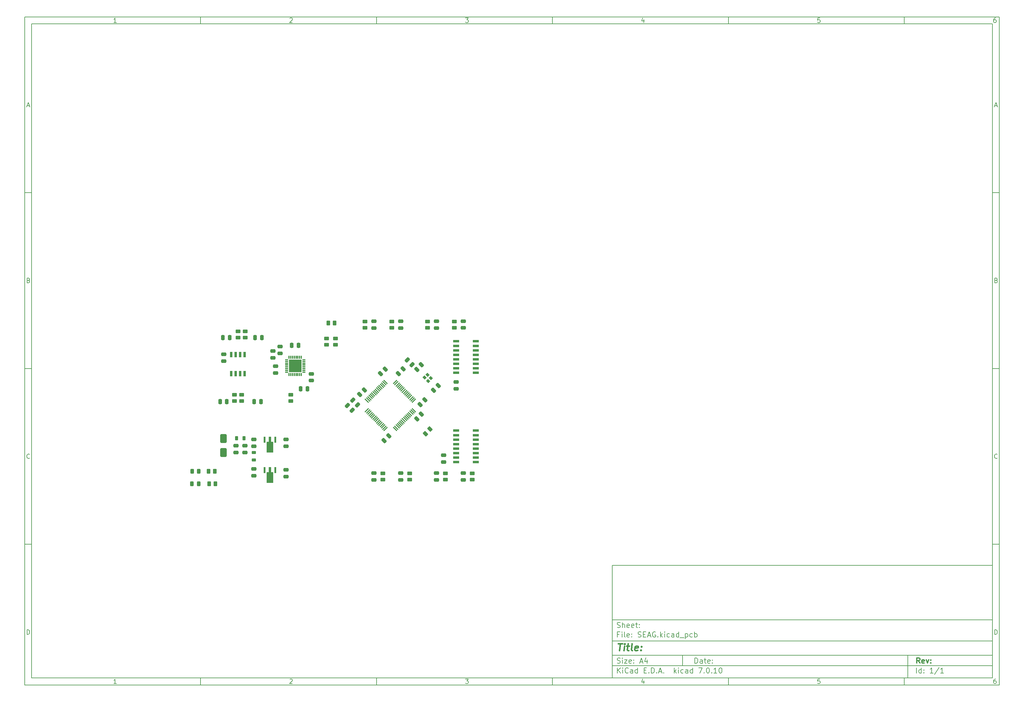
<source format=gbr>
%TF.GenerationSoftware,KiCad,Pcbnew,7.0.10*%
%TF.CreationDate,2024-04-20T16:07:25+02:00*%
%TF.ProjectId,SEAG,53454147-2e6b-4696-9361-645f70636258,rev?*%
%TF.SameCoordinates,Original*%
%TF.FileFunction,Paste,Top*%
%TF.FilePolarity,Positive*%
%FSLAX46Y46*%
G04 Gerber Fmt 4.6, Leading zero omitted, Abs format (unit mm)*
G04 Created by KiCad (PCBNEW 7.0.10) date 2024-04-20 16:07:25*
%MOMM*%
%LPD*%
G01*
G04 APERTURE LIST*
G04 Aperture macros list*
%AMRoundRect*
0 Rectangle with rounded corners*
0 $1 Rounding radius*
0 $2 $3 $4 $5 $6 $7 $8 $9 X,Y pos of 4 corners*
0 Add a 4 corners polygon primitive as box body*
4,1,4,$2,$3,$4,$5,$6,$7,$8,$9,$2,$3,0*
0 Add four circle primitives for the rounded corners*
1,1,$1+$1,$2,$3*
1,1,$1+$1,$4,$5*
1,1,$1+$1,$6,$7*
1,1,$1+$1,$8,$9*
0 Add four rect primitives between the rounded corners*
20,1,$1+$1,$2,$3,$4,$5,0*
20,1,$1+$1,$4,$5,$6,$7,0*
20,1,$1+$1,$6,$7,$8,$9,0*
20,1,$1+$1,$8,$9,$2,$3,0*%
%AMRotRect*
0 Rectangle, with rotation*
0 The origin of the aperture is its center*
0 $1 length*
0 $2 width*
0 $3 Rotation angle, in degrees counterclockwise*
0 Add horizontal line*
21,1,$1,$2,0,0,$3*%
G04 Aperture macros list end*
%ADD10C,0.100000*%
%ADD11C,0.150000*%
%ADD12C,0.300000*%
%ADD13C,0.400000*%
%ADD14RoundRect,0.250000X-0.450000X0.262500X-0.450000X-0.262500X0.450000X-0.262500X0.450000X0.262500X0*%
%ADD15R,0.580000X1.730000*%
%ADD16R,0.760000X1.500000*%
%ADD17R,1.933000X3.030000*%
%ADD18RoundRect,0.250000X-0.250000X-0.475000X0.250000X-0.475000X0.250000X0.475000X-0.250000X0.475000X0*%
%ADD19RoundRect,0.250000X0.475000X-0.250000X0.475000X0.250000X-0.475000X0.250000X-0.475000X-0.250000X0*%
%ADD20R,0.650000X1.528000*%
%ADD21RoundRect,0.250000X0.250000X0.475000X-0.250000X0.475000X-0.250000X-0.475000X0.250000X-0.475000X0*%
%ADD22RoundRect,0.250000X-0.512652X-0.159099X-0.159099X-0.512652X0.512652X0.159099X0.159099X0.512652X0*%
%ADD23RoundRect,0.250000X0.262500X0.450000X-0.262500X0.450000X-0.262500X-0.450000X0.262500X-0.450000X0*%
%ADD24RoundRect,0.250000X0.159099X-0.512652X0.512652X-0.159099X-0.159099X0.512652X-0.512652X0.159099X0*%
%ADD25RoundRect,0.250000X-0.132583X0.503814X-0.503814X0.132583X0.132583X-0.503814X0.503814X-0.132583X0*%
%ADD26RoundRect,0.250000X-0.475000X0.250000X-0.475000X-0.250000X0.475000X-0.250000X0.475000X0.250000X0*%
%ADD27RoundRect,0.250000X0.450000X-0.262500X0.450000X0.262500X-0.450000X0.262500X-0.450000X-0.262500X0*%
%ADD28RoundRect,0.250000X-0.159099X0.512652X-0.512652X0.159099X0.159099X-0.512652X0.512652X-0.159099X0*%
%ADD29R,1.750000X0.800000*%
%ADD30R,1.750000X0.700000*%
%ADD31RotRect,0.800000X0.900000X45.000000*%
%ADD32RoundRect,0.250000X0.512652X0.159099X0.159099X0.512652X-0.512652X-0.159099X-0.159099X-0.512652X0*%
%ADD33RoundRect,0.243750X0.243750X0.456250X-0.243750X0.456250X-0.243750X-0.456250X0.243750X-0.456250X0*%
%ADD34RoundRect,0.250000X-0.650000X1.000000X-0.650000X-1.000000X0.650000X-1.000000X0.650000X1.000000X0*%
%ADD35RoundRect,0.250000X-0.262500X-0.450000X0.262500X-0.450000X0.262500X0.450000X-0.262500X0.450000X0*%
%ADD36RoundRect,0.218750X-0.381250X0.218750X-0.381250X-0.218750X0.381250X-0.218750X0.381250X0.218750X0*%
%ADD37RoundRect,0.218750X-0.218750X-0.381250X0.218750X-0.381250X0.218750X0.381250X-0.218750X0.381250X0*%
%ADD38R,0.300000X0.850000*%
%ADD39R,0.850000X0.300000*%
%ADD40R,3.600000X3.600000*%
%ADD41RoundRect,0.075000X0.441942X0.548008X-0.548008X-0.441942X-0.441942X-0.548008X0.548008X0.441942X0*%
%ADD42RoundRect,0.075000X-0.441942X0.548008X-0.548008X0.441942X0.441942X-0.548008X0.548008X-0.441942X0*%
G04 APERTURE END LIST*
D10*
D11*
X177002200Y-166007200D02*
X285002200Y-166007200D01*
X285002200Y-198007200D01*
X177002200Y-198007200D01*
X177002200Y-166007200D01*
D10*
D11*
X10000000Y-10000000D02*
X287002200Y-10000000D01*
X287002200Y-200007200D01*
X10000000Y-200007200D01*
X10000000Y-10000000D01*
D10*
D11*
X12000000Y-12000000D02*
X285002200Y-12000000D01*
X285002200Y-198007200D01*
X12000000Y-198007200D01*
X12000000Y-12000000D01*
D10*
D11*
X60000000Y-12000000D02*
X60000000Y-10000000D01*
D10*
D11*
X110000000Y-12000000D02*
X110000000Y-10000000D01*
D10*
D11*
X160000000Y-12000000D02*
X160000000Y-10000000D01*
D10*
D11*
X210000000Y-12000000D02*
X210000000Y-10000000D01*
D10*
D11*
X260000000Y-12000000D02*
X260000000Y-10000000D01*
D10*
D11*
X36089160Y-11593604D02*
X35346303Y-11593604D01*
X35717731Y-11593604D02*
X35717731Y-10293604D01*
X35717731Y-10293604D02*
X35593922Y-10479319D01*
X35593922Y-10479319D02*
X35470112Y-10603128D01*
X35470112Y-10603128D02*
X35346303Y-10665033D01*
D10*
D11*
X85346303Y-10417414D02*
X85408207Y-10355509D01*
X85408207Y-10355509D02*
X85532017Y-10293604D01*
X85532017Y-10293604D02*
X85841541Y-10293604D01*
X85841541Y-10293604D02*
X85965350Y-10355509D01*
X85965350Y-10355509D02*
X86027255Y-10417414D01*
X86027255Y-10417414D02*
X86089160Y-10541223D01*
X86089160Y-10541223D02*
X86089160Y-10665033D01*
X86089160Y-10665033D02*
X86027255Y-10850747D01*
X86027255Y-10850747D02*
X85284398Y-11593604D01*
X85284398Y-11593604D02*
X86089160Y-11593604D01*
D10*
D11*
X135284398Y-10293604D02*
X136089160Y-10293604D01*
X136089160Y-10293604D02*
X135655826Y-10788842D01*
X135655826Y-10788842D02*
X135841541Y-10788842D01*
X135841541Y-10788842D02*
X135965350Y-10850747D01*
X135965350Y-10850747D02*
X136027255Y-10912652D01*
X136027255Y-10912652D02*
X136089160Y-11036461D01*
X136089160Y-11036461D02*
X136089160Y-11345985D01*
X136089160Y-11345985D02*
X136027255Y-11469795D01*
X136027255Y-11469795D02*
X135965350Y-11531700D01*
X135965350Y-11531700D02*
X135841541Y-11593604D01*
X135841541Y-11593604D02*
X135470112Y-11593604D01*
X135470112Y-11593604D02*
X135346303Y-11531700D01*
X135346303Y-11531700D02*
X135284398Y-11469795D01*
D10*
D11*
X185965350Y-10726938D02*
X185965350Y-11593604D01*
X185655826Y-10231700D02*
X185346303Y-11160271D01*
X185346303Y-11160271D02*
X186151064Y-11160271D01*
D10*
D11*
X236027255Y-10293604D02*
X235408207Y-10293604D01*
X235408207Y-10293604D02*
X235346303Y-10912652D01*
X235346303Y-10912652D02*
X235408207Y-10850747D01*
X235408207Y-10850747D02*
X235532017Y-10788842D01*
X235532017Y-10788842D02*
X235841541Y-10788842D01*
X235841541Y-10788842D02*
X235965350Y-10850747D01*
X235965350Y-10850747D02*
X236027255Y-10912652D01*
X236027255Y-10912652D02*
X236089160Y-11036461D01*
X236089160Y-11036461D02*
X236089160Y-11345985D01*
X236089160Y-11345985D02*
X236027255Y-11469795D01*
X236027255Y-11469795D02*
X235965350Y-11531700D01*
X235965350Y-11531700D02*
X235841541Y-11593604D01*
X235841541Y-11593604D02*
X235532017Y-11593604D01*
X235532017Y-11593604D02*
X235408207Y-11531700D01*
X235408207Y-11531700D02*
X235346303Y-11469795D01*
D10*
D11*
X285965350Y-10293604D02*
X285717731Y-10293604D01*
X285717731Y-10293604D02*
X285593922Y-10355509D01*
X285593922Y-10355509D02*
X285532017Y-10417414D01*
X285532017Y-10417414D02*
X285408207Y-10603128D01*
X285408207Y-10603128D02*
X285346303Y-10850747D01*
X285346303Y-10850747D02*
X285346303Y-11345985D01*
X285346303Y-11345985D02*
X285408207Y-11469795D01*
X285408207Y-11469795D02*
X285470112Y-11531700D01*
X285470112Y-11531700D02*
X285593922Y-11593604D01*
X285593922Y-11593604D02*
X285841541Y-11593604D01*
X285841541Y-11593604D02*
X285965350Y-11531700D01*
X285965350Y-11531700D02*
X286027255Y-11469795D01*
X286027255Y-11469795D02*
X286089160Y-11345985D01*
X286089160Y-11345985D02*
X286089160Y-11036461D01*
X286089160Y-11036461D02*
X286027255Y-10912652D01*
X286027255Y-10912652D02*
X285965350Y-10850747D01*
X285965350Y-10850747D02*
X285841541Y-10788842D01*
X285841541Y-10788842D02*
X285593922Y-10788842D01*
X285593922Y-10788842D02*
X285470112Y-10850747D01*
X285470112Y-10850747D02*
X285408207Y-10912652D01*
X285408207Y-10912652D02*
X285346303Y-11036461D01*
D10*
D11*
X60000000Y-198007200D02*
X60000000Y-200007200D01*
D10*
D11*
X110000000Y-198007200D02*
X110000000Y-200007200D01*
D10*
D11*
X160000000Y-198007200D02*
X160000000Y-200007200D01*
D10*
D11*
X210000000Y-198007200D02*
X210000000Y-200007200D01*
D10*
D11*
X260000000Y-198007200D02*
X260000000Y-200007200D01*
D10*
D11*
X36089160Y-199600804D02*
X35346303Y-199600804D01*
X35717731Y-199600804D02*
X35717731Y-198300804D01*
X35717731Y-198300804D02*
X35593922Y-198486519D01*
X35593922Y-198486519D02*
X35470112Y-198610328D01*
X35470112Y-198610328D02*
X35346303Y-198672233D01*
D10*
D11*
X85346303Y-198424614D02*
X85408207Y-198362709D01*
X85408207Y-198362709D02*
X85532017Y-198300804D01*
X85532017Y-198300804D02*
X85841541Y-198300804D01*
X85841541Y-198300804D02*
X85965350Y-198362709D01*
X85965350Y-198362709D02*
X86027255Y-198424614D01*
X86027255Y-198424614D02*
X86089160Y-198548423D01*
X86089160Y-198548423D02*
X86089160Y-198672233D01*
X86089160Y-198672233D02*
X86027255Y-198857947D01*
X86027255Y-198857947D02*
X85284398Y-199600804D01*
X85284398Y-199600804D02*
X86089160Y-199600804D01*
D10*
D11*
X135284398Y-198300804D02*
X136089160Y-198300804D01*
X136089160Y-198300804D02*
X135655826Y-198796042D01*
X135655826Y-198796042D02*
X135841541Y-198796042D01*
X135841541Y-198796042D02*
X135965350Y-198857947D01*
X135965350Y-198857947D02*
X136027255Y-198919852D01*
X136027255Y-198919852D02*
X136089160Y-199043661D01*
X136089160Y-199043661D02*
X136089160Y-199353185D01*
X136089160Y-199353185D02*
X136027255Y-199476995D01*
X136027255Y-199476995D02*
X135965350Y-199538900D01*
X135965350Y-199538900D02*
X135841541Y-199600804D01*
X135841541Y-199600804D02*
X135470112Y-199600804D01*
X135470112Y-199600804D02*
X135346303Y-199538900D01*
X135346303Y-199538900D02*
X135284398Y-199476995D01*
D10*
D11*
X185965350Y-198734138D02*
X185965350Y-199600804D01*
X185655826Y-198238900D02*
X185346303Y-199167471D01*
X185346303Y-199167471D02*
X186151064Y-199167471D01*
D10*
D11*
X236027255Y-198300804D02*
X235408207Y-198300804D01*
X235408207Y-198300804D02*
X235346303Y-198919852D01*
X235346303Y-198919852D02*
X235408207Y-198857947D01*
X235408207Y-198857947D02*
X235532017Y-198796042D01*
X235532017Y-198796042D02*
X235841541Y-198796042D01*
X235841541Y-198796042D02*
X235965350Y-198857947D01*
X235965350Y-198857947D02*
X236027255Y-198919852D01*
X236027255Y-198919852D02*
X236089160Y-199043661D01*
X236089160Y-199043661D02*
X236089160Y-199353185D01*
X236089160Y-199353185D02*
X236027255Y-199476995D01*
X236027255Y-199476995D02*
X235965350Y-199538900D01*
X235965350Y-199538900D02*
X235841541Y-199600804D01*
X235841541Y-199600804D02*
X235532017Y-199600804D01*
X235532017Y-199600804D02*
X235408207Y-199538900D01*
X235408207Y-199538900D02*
X235346303Y-199476995D01*
D10*
D11*
X285965350Y-198300804D02*
X285717731Y-198300804D01*
X285717731Y-198300804D02*
X285593922Y-198362709D01*
X285593922Y-198362709D02*
X285532017Y-198424614D01*
X285532017Y-198424614D02*
X285408207Y-198610328D01*
X285408207Y-198610328D02*
X285346303Y-198857947D01*
X285346303Y-198857947D02*
X285346303Y-199353185D01*
X285346303Y-199353185D02*
X285408207Y-199476995D01*
X285408207Y-199476995D02*
X285470112Y-199538900D01*
X285470112Y-199538900D02*
X285593922Y-199600804D01*
X285593922Y-199600804D02*
X285841541Y-199600804D01*
X285841541Y-199600804D02*
X285965350Y-199538900D01*
X285965350Y-199538900D02*
X286027255Y-199476995D01*
X286027255Y-199476995D02*
X286089160Y-199353185D01*
X286089160Y-199353185D02*
X286089160Y-199043661D01*
X286089160Y-199043661D02*
X286027255Y-198919852D01*
X286027255Y-198919852D02*
X285965350Y-198857947D01*
X285965350Y-198857947D02*
X285841541Y-198796042D01*
X285841541Y-198796042D02*
X285593922Y-198796042D01*
X285593922Y-198796042D02*
X285470112Y-198857947D01*
X285470112Y-198857947D02*
X285408207Y-198919852D01*
X285408207Y-198919852D02*
X285346303Y-199043661D01*
D10*
D11*
X10000000Y-60000000D02*
X12000000Y-60000000D01*
D10*
D11*
X10000000Y-110000000D02*
X12000000Y-110000000D01*
D10*
D11*
X10000000Y-160000000D02*
X12000000Y-160000000D01*
D10*
D11*
X10690476Y-35222176D02*
X11309523Y-35222176D01*
X10566666Y-35593604D02*
X10999999Y-34293604D01*
X10999999Y-34293604D02*
X11433333Y-35593604D01*
D10*
D11*
X11092857Y-84912652D02*
X11278571Y-84974557D01*
X11278571Y-84974557D02*
X11340476Y-85036461D01*
X11340476Y-85036461D02*
X11402380Y-85160271D01*
X11402380Y-85160271D02*
X11402380Y-85345985D01*
X11402380Y-85345985D02*
X11340476Y-85469795D01*
X11340476Y-85469795D02*
X11278571Y-85531700D01*
X11278571Y-85531700D02*
X11154761Y-85593604D01*
X11154761Y-85593604D02*
X10659523Y-85593604D01*
X10659523Y-85593604D02*
X10659523Y-84293604D01*
X10659523Y-84293604D02*
X11092857Y-84293604D01*
X11092857Y-84293604D02*
X11216666Y-84355509D01*
X11216666Y-84355509D02*
X11278571Y-84417414D01*
X11278571Y-84417414D02*
X11340476Y-84541223D01*
X11340476Y-84541223D02*
X11340476Y-84665033D01*
X11340476Y-84665033D02*
X11278571Y-84788842D01*
X11278571Y-84788842D02*
X11216666Y-84850747D01*
X11216666Y-84850747D02*
X11092857Y-84912652D01*
X11092857Y-84912652D02*
X10659523Y-84912652D01*
D10*
D11*
X11402380Y-135469795D02*
X11340476Y-135531700D01*
X11340476Y-135531700D02*
X11154761Y-135593604D01*
X11154761Y-135593604D02*
X11030952Y-135593604D01*
X11030952Y-135593604D02*
X10845238Y-135531700D01*
X10845238Y-135531700D02*
X10721428Y-135407890D01*
X10721428Y-135407890D02*
X10659523Y-135284080D01*
X10659523Y-135284080D02*
X10597619Y-135036461D01*
X10597619Y-135036461D02*
X10597619Y-134850747D01*
X10597619Y-134850747D02*
X10659523Y-134603128D01*
X10659523Y-134603128D02*
X10721428Y-134479319D01*
X10721428Y-134479319D02*
X10845238Y-134355509D01*
X10845238Y-134355509D02*
X11030952Y-134293604D01*
X11030952Y-134293604D02*
X11154761Y-134293604D01*
X11154761Y-134293604D02*
X11340476Y-134355509D01*
X11340476Y-134355509D02*
X11402380Y-134417414D01*
D10*
D11*
X10659523Y-185593604D02*
X10659523Y-184293604D01*
X10659523Y-184293604D02*
X10969047Y-184293604D01*
X10969047Y-184293604D02*
X11154761Y-184355509D01*
X11154761Y-184355509D02*
X11278571Y-184479319D01*
X11278571Y-184479319D02*
X11340476Y-184603128D01*
X11340476Y-184603128D02*
X11402380Y-184850747D01*
X11402380Y-184850747D02*
X11402380Y-185036461D01*
X11402380Y-185036461D02*
X11340476Y-185284080D01*
X11340476Y-185284080D02*
X11278571Y-185407890D01*
X11278571Y-185407890D02*
X11154761Y-185531700D01*
X11154761Y-185531700D02*
X10969047Y-185593604D01*
X10969047Y-185593604D02*
X10659523Y-185593604D01*
D10*
D11*
X287002200Y-60000000D02*
X285002200Y-60000000D01*
D10*
D11*
X287002200Y-110000000D02*
X285002200Y-110000000D01*
D10*
D11*
X287002200Y-160000000D02*
X285002200Y-160000000D01*
D10*
D11*
X285692676Y-35222176D02*
X286311723Y-35222176D01*
X285568866Y-35593604D02*
X286002199Y-34293604D01*
X286002199Y-34293604D02*
X286435533Y-35593604D01*
D10*
D11*
X286095057Y-84912652D02*
X286280771Y-84974557D01*
X286280771Y-84974557D02*
X286342676Y-85036461D01*
X286342676Y-85036461D02*
X286404580Y-85160271D01*
X286404580Y-85160271D02*
X286404580Y-85345985D01*
X286404580Y-85345985D02*
X286342676Y-85469795D01*
X286342676Y-85469795D02*
X286280771Y-85531700D01*
X286280771Y-85531700D02*
X286156961Y-85593604D01*
X286156961Y-85593604D02*
X285661723Y-85593604D01*
X285661723Y-85593604D02*
X285661723Y-84293604D01*
X285661723Y-84293604D02*
X286095057Y-84293604D01*
X286095057Y-84293604D02*
X286218866Y-84355509D01*
X286218866Y-84355509D02*
X286280771Y-84417414D01*
X286280771Y-84417414D02*
X286342676Y-84541223D01*
X286342676Y-84541223D02*
X286342676Y-84665033D01*
X286342676Y-84665033D02*
X286280771Y-84788842D01*
X286280771Y-84788842D02*
X286218866Y-84850747D01*
X286218866Y-84850747D02*
X286095057Y-84912652D01*
X286095057Y-84912652D02*
X285661723Y-84912652D01*
D10*
D11*
X286404580Y-135469795D02*
X286342676Y-135531700D01*
X286342676Y-135531700D02*
X286156961Y-135593604D01*
X286156961Y-135593604D02*
X286033152Y-135593604D01*
X286033152Y-135593604D02*
X285847438Y-135531700D01*
X285847438Y-135531700D02*
X285723628Y-135407890D01*
X285723628Y-135407890D02*
X285661723Y-135284080D01*
X285661723Y-135284080D02*
X285599819Y-135036461D01*
X285599819Y-135036461D02*
X285599819Y-134850747D01*
X285599819Y-134850747D02*
X285661723Y-134603128D01*
X285661723Y-134603128D02*
X285723628Y-134479319D01*
X285723628Y-134479319D02*
X285847438Y-134355509D01*
X285847438Y-134355509D02*
X286033152Y-134293604D01*
X286033152Y-134293604D02*
X286156961Y-134293604D01*
X286156961Y-134293604D02*
X286342676Y-134355509D01*
X286342676Y-134355509D02*
X286404580Y-134417414D01*
D10*
D11*
X285661723Y-185593604D02*
X285661723Y-184293604D01*
X285661723Y-184293604D02*
X285971247Y-184293604D01*
X285971247Y-184293604D02*
X286156961Y-184355509D01*
X286156961Y-184355509D02*
X286280771Y-184479319D01*
X286280771Y-184479319D02*
X286342676Y-184603128D01*
X286342676Y-184603128D02*
X286404580Y-184850747D01*
X286404580Y-184850747D02*
X286404580Y-185036461D01*
X286404580Y-185036461D02*
X286342676Y-185284080D01*
X286342676Y-185284080D02*
X286280771Y-185407890D01*
X286280771Y-185407890D02*
X286156961Y-185531700D01*
X286156961Y-185531700D02*
X285971247Y-185593604D01*
X285971247Y-185593604D02*
X285661723Y-185593604D01*
D10*
D11*
X200458026Y-193793328D02*
X200458026Y-192293328D01*
X200458026Y-192293328D02*
X200815169Y-192293328D01*
X200815169Y-192293328D02*
X201029455Y-192364757D01*
X201029455Y-192364757D02*
X201172312Y-192507614D01*
X201172312Y-192507614D02*
X201243741Y-192650471D01*
X201243741Y-192650471D02*
X201315169Y-192936185D01*
X201315169Y-192936185D02*
X201315169Y-193150471D01*
X201315169Y-193150471D02*
X201243741Y-193436185D01*
X201243741Y-193436185D02*
X201172312Y-193579042D01*
X201172312Y-193579042D02*
X201029455Y-193721900D01*
X201029455Y-193721900D02*
X200815169Y-193793328D01*
X200815169Y-193793328D02*
X200458026Y-193793328D01*
X202600884Y-193793328D02*
X202600884Y-193007614D01*
X202600884Y-193007614D02*
X202529455Y-192864757D01*
X202529455Y-192864757D02*
X202386598Y-192793328D01*
X202386598Y-192793328D02*
X202100884Y-192793328D01*
X202100884Y-192793328D02*
X201958026Y-192864757D01*
X202600884Y-193721900D02*
X202458026Y-193793328D01*
X202458026Y-193793328D02*
X202100884Y-193793328D01*
X202100884Y-193793328D02*
X201958026Y-193721900D01*
X201958026Y-193721900D02*
X201886598Y-193579042D01*
X201886598Y-193579042D02*
X201886598Y-193436185D01*
X201886598Y-193436185D02*
X201958026Y-193293328D01*
X201958026Y-193293328D02*
X202100884Y-193221900D01*
X202100884Y-193221900D02*
X202458026Y-193221900D01*
X202458026Y-193221900D02*
X202600884Y-193150471D01*
X203100884Y-192793328D02*
X203672312Y-192793328D01*
X203315169Y-192293328D02*
X203315169Y-193579042D01*
X203315169Y-193579042D02*
X203386598Y-193721900D01*
X203386598Y-193721900D02*
X203529455Y-193793328D01*
X203529455Y-193793328D02*
X203672312Y-193793328D01*
X204743741Y-193721900D02*
X204600884Y-193793328D01*
X204600884Y-193793328D02*
X204315170Y-193793328D01*
X204315170Y-193793328D02*
X204172312Y-193721900D01*
X204172312Y-193721900D02*
X204100884Y-193579042D01*
X204100884Y-193579042D02*
X204100884Y-193007614D01*
X204100884Y-193007614D02*
X204172312Y-192864757D01*
X204172312Y-192864757D02*
X204315170Y-192793328D01*
X204315170Y-192793328D02*
X204600884Y-192793328D01*
X204600884Y-192793328D02*
X204743741Y-192864757D01*
X204743741Y-192864757D02*
X204815170Y-193007614D01*
X204815170Y-193007614D02*
X204815170Y-193150471D01*
X204815170Y-193150471D02*
X204100884Y-193293328D01*
X205458026Y-193650471D02*
X205529455Y-193721900D01*
X205529455Y-193721900D02*
X205458026Y-193793328D01*
X205458026Y-193793328D02*
X205386598Y-193721900D01*
X205386598Y-193721900D02*
X205458026Y-193650471D01*
X205458026Y-193650471D02*
X205458026Y-193793328D01*
X205458026Y-192864757D02*
X205529455Y-192936185D01*
X205529455Y-192936185D02*
X205458026Y-193007614D01*
X205458026Y-193007614D02*
X205386598Y-192936185D01*
X205386598Y-192936185D02*
X205458026Y-192864757D01*
X205458026Y-192864757D02*
X205458026Y-193007614D01*
D10*
D11*
X177002200Y-194507200D02*
X285002200Y-194507200D01*
D10*
D11*
X178458026Y-196593328D02*
X178458026Y-195093328D01*
X179315169Y-196593328D02*
X178672312Y-195736185D01*
X179315169Y-195093328D02*
X178458026Y-195950471D01*
X179958026Y-196593328D02*
X179958026Y-195593328D01*
X179958026Y-195093328D02*
X179886598Y-195164757D01*
X179886598Y-195164757D02*
X179958026Y-195236185D01*
X179958026Y-195236185D02*
X180029455Y-195164757D01*
X180029455Y-195164757D02*
X179958026Y-195093328D01*
X179958026Y-195093328D02*
X179958026Y-195236185D01*
X181529455Y-196450471D02*
X181458027Y-196521900D01*
X181458027Y-196521900D02*
X181243741Y-196593328D01*
X181243741Y-196593328D02*
X181100884Y-196593328D01*
X181100884Y-196593328D02*
X180886598Y-196521900D01*
X180886598Y-196521900D02*
X180743741Y-196379042D01*
X180743741Y-196379042D02*
X180672312Y-196236185D01*
X180672312Y-196236185D02*
X180600884Y-195950471D01*
X180600884Y-195950471D02*
X180600884Y-195736185D01*
X180600884Y-195736185D02*
X180672312Y-195450471D01*
X180672312Y-195450471D02*
X180743741Y-195307614D01*
X180743741Y-195307614D02*
X180886598Y-195164757D01*
X180886598Y-195164757D02*
X181100884Y-195093328D01*
X181100884Y-195093328D02*
X181243741Y-195093328D01*
X181243741Y-195093328D02*
X181458027Y-195164757D01*
X181458027Y-195164757D02*
X181529455Y-195236185D01*
X182815170Y-196593328D02*
X182815170Y-195807614D01*
X182815170Y-195807614D02*
X182743741Y-195664757D01*
X182743741Y-195664757D02*
X182600884Y-195593328D01*
X182600884Y-195593328D02*
X182315170Y-195593328D01*
X182315170Y-195593328D02*
X182172312Y-195664757D01*
X182815170Y-196521900D02*
X182672312Y-196593328D01*
X182672312Y-196593328D02*
X182315170Y-196593328D01*
X182315170Y-196593328D02*
X182172312Y-196521900D01*
X182172312Y-196521900D02*
X182100884Y-196379042D01*
X182100884Y-196379042D02*
X182100884Y-196236185D01*
X182100884Y-196236185D02*
X182172312Y-196093328D01*
X182172312Y-196093328D02*
X182315170Y-196021900D01*
X182315170Y-196021900D02*
X182672312Y-196021900D01*
X182672312Y-196021900D02*
X182815170Y-195950471D01*
X184172313Y-196593328D02*
X184172313Y-195093328D01*
X184172313Y-196521900D02*
X184029455Y-196593328D01*
X184029455Y-196593328D02*
X183743741Y-196593328D01*
X183743741Y-196593328D02*
X183600884Y-196521900D01*
X183600884Y-196521900D02*
X183529455Y-196450471D01*
X183529455Y-196450471D02*
X183458027Y-196307614D01*
X183458027Y-196307614D02*
X183458027Y-195879042D01*
X183458027Y-195879042D02*
X183529455Y-195736185D01*
X183529455Y-195736185D02*
X183600884Y-195664757D01*
X183600884Y-195664757D02*
X183743741Y-195593328D01*
X183743741Y-195593328D02*
X184029455Y-195593328D01*
X184029455Y-195593328D02*
X184172313Y-195664757D01*
X186029455Y-195807614D02*
X186529455Y-195807614D01*
X186743741Y-196593328D02*
X186029455Y-196593328D01*
X186029455Y-196593328D02*
X186029455Y-195093328D01*
X186029455Y-195093328D02*
X186743741Y-195093328D01*
X187386598Y-196450471D02*
X187458027Y-196521900D01*
X187458027Y-196521900D02*
X187386598Y-196593328D01*
X187386598Y-196593328D02*
X187315170Y-196521900D01*
X187315170Y-196521900D02*
X187386598Y-196450471D01*
X187386598Y-196450471D02*
X187386598Y-196593328D01*
X188100884Y-196593328D02*
X188100884Y-195093328D01*
X188100884Y-195093328D02*
X188458027Y-195093328D01*
X188458027Y-195093328D02*
X188672313Y-195164757D01*
X188672313Y-195164757D02*
X188815170Y-195307614D01*
X188815170Y-195307614D02*
X188886599Y-195450471D01*
X188886599Y-195450471D02*
X188958027Y-195736185D01*
X188958027Y-195736185D02*
X188958027Y-195950471D01*
X188958027Y-195950471D02*
X188886599Y-196236185D01*
X188886599Y-196236185D02*
X188815170Y-196379042D01*
X188815170Y-196379042D02*
X188672313Y-196521900D01*
X188672313Y-196521900D02*
X188458027Y-196593328D01*
X188458027Y-196593328D02*
X188100884Y-196593328D01*
X189600884Y-196450471D02*
X189672313Y-196521900D01*
X189672313Y-196521900D02*
X189600884Y-196593328D01*
X189600884Y-196593328D02*
X189529456Y-196521900D01*
X189529456Y-196521900D02*
X189600884Y-196450471D01*
X189600884Y-196450471D02*
X189600884Y-196593328D01*
X190243742Y-196164757D02*
X190958028Y-196164757D01*
X190100885Y-196593328D02*
X190600885Y-195093328D01*
X190600885Y-195093328D02*
X191100885Y-196593328D01*
X191600884Y-196450471D02*
X191672313Y-196521900D01*
X191672313Y-196521900D02*
X191600884Y-196593328D01*
X191600884Y-196593328D02*
X191529456Y-196521900D01*
X191529456Y-196521900D02*
X191600884Y-196450471D01*
X191600884Y-196450471D02*
X191600884Y-196593328D01*
X194600884Y-196593328D02*
X194600884Y-195093328D01*
X194743742Y-196021900D02*
X195172313Y-196593328D01*
X195172313Y-195593328D02*
X194600884Y-196164757D01*
X195815170Y-196593328D02*
X195815170Y-195593328D01*
X195815170Y-195093328D02*
X195743742Y-195164757D01*
X195743742Y-195164757D02*
X195815170Y-195236185D01*
X195815170Y-195236185D02*
X195886599Y-195164757D01*
X195886599Y-195164757D02*
X195815170Y-195093328D01*
X195815170Y-195093328D02*
X195815170Y-195236185D01*
X197172314Y-196521900D02*
X197029456Y-196593328D01*
X197029456Y-196593328D02*
X196743742Y-196593328D01*
X196743742Y-196593328D02*
X196600885Y-196521900D01*
X196600885Y-196521900D02*
X196529456Y-196450471D01*
X196529456Y-196450471D02*
X196458028Y-196307614D01*
X196458028Y-196307614D02*
X196458028Y-195879042D01*
X196458028Y-195879042D02*
X196529456Y-195736185D01*
X196529456Y-195736185D02*
X196600885Y-195664757D01*
X196600885Y-195664757D02*
X196743742Y-195593328D01*
X196743742Y-195593328D02*
X197029456Y-195593328D01*
X197029456Y-195593328D02*
X197172314Y-195664757D01*
X198458028Y-196593328D02*
X198458028Y-195807614D01*
X198458028Y-195807614D02*
X198386599Y-195664757D01*
X198386599Y-195664757D02*
X198243742Y-195593328D01*
X198243742Y-195593328D02*
X197958028Y-195593328D01*
X197958028Y-195593328D02*
X197815170Y-195664757D01*
X198458028Y-196521900D02*
X198315170Y-196593328D01*
X198315170Y-196593328D02*
X197958028Y-196593328D01*
X197958028Y-196593328D02*
X197815170Y-196521900D01*
X197815170Y-196521900D02*
X197743742Y-196379042D01*
X197743742Y-196379042D02*
X197743742Y-196236185D01*
X197743742Y-196236185D02*
X197815170Y-196093328D01*
X197815170Y-196093328D02*
X197958028Y-196021900D01*
X197958028Y-196021900D02*
X198315170Y-196021900D01*
X198315170Y-196021900D02*
X198458028Y-195950471D01*
X199815171Y-196593328D02*
X199815171Y-195093328D01*
X199815171Y-196521900D02*
X199672313Y-196593328D01*
X199672313Y-196593328D02*
X199386599Y-196593328D01*
X199386599Y-196593328D02*
X199243742Y-196521900D01*
X199243742Y-196521900D02*
X199172313Y-196450471D01*
X199172313Y-196450471D02*
X199100885Y-196307614D01*
X199100885Y-196307614D02*
X199100885Y-195879042D01*
X199100885Y-195879042D02*
X199172313Y-195736185D01*
X199172313Y-195736185D02*
X199243742Y-195664757D01*
X199243742Y-195664757D02*
X199386599Y-195593328D01*
X199386599Y-195593328D02*
X199672313Y-195593328D01*
X199672313Y-195593328D02*
X199815171Y-195664757D01*
X201529456Y-195093328D02*
X202529456Y-195093328D01*
X202529456Y-195093328D02*
X201886599Y-196593328D01*
X203100884Y-196450471D02*
X203172313Y-196521900D01*
X203172313Y-196521900D02*
X203100884Y-196593328D01*
X203100884Y-196593328D02*
X203029456Y-196521900D01*
X203029456Y-196521900D02*
X203100884Y-196450471D01*
X203100884Y-196450471D02*
X203100884Y-196593328D01*
X204100885Y-195093328D02*
X204243742Y-195093328D01*
X204243742Y-195093328D02*
X204386599Y-195164757D01*
X204386599Y-195164757D02*
X204458028Y-195236185D01*
X204458028Y-195236185D02*
X204529456Y-195379042D01*
X204529456Y-195379042D02*
X204600885Y-195664757D01*
X204600885Y-195664757D02*
X204600885Y-196021900D01*
X204600885Y-196021900D02*
X204529456Y-196307614D01*
X204529456Y-196307614D02*
X204458028Y-196450471D01*
X204458028Y-196450471D02*
X204386599Y-196521900D01*
X204386599Y-196521900D02*
X204243742Y-196593328D01*
X204243742Y-196593328D02*
X204100885Y-196593328D01*
X204100885Y-196593328D02*
X203958028Y-196521900D01*
X203958028Y-196521900D02*
X203886599Y-196450471D01*
X203886599Y-196450471D02*
X203815170Y-196307614D01*
X203815170Y-196307614D02*
X203743742Y-196021900D01*
X203743742Y-196021900D02*
X203743742Y-195664757D01*
X203743742Y-195664757D02*
X203815170Y-195379042D01*
X203815170Y-195379042D02*
X203886599Y-195236185D01*
X203886599Y-195236185D02*
X203958028Y-195164757D01*
X203958028Y-195164757D02*
X204100885Y-195093328D01*
X205243741Y-196450471D02*
X205315170Y-196521900D01*
X205315170Y-196521900D02*
X205243741Y-196593328D01*
X205243741Y-196593328D02*
X205172313Y-196521900D01*
X205172313Y-196521900D02*
X205243741Y-196450471D01*
X205243741Y-196450471D02*
X205243741Y-196593328D01*
X206743742Y-196593328D02*
X205886599Y-196593328D01*
X206315170Y-196593328D02*
X206315170Y-195093328D01*
X206315170Y-195093328D02*
X206172313Y-195307614D01*
X206172313Y-195307614D02*
X206029456Y-195450471D01*
X206029456Y-195450471D02*
X205886599Y-195521900D01*
X207672313Y-195093328D02*
X207815170Y-195093328D01*
X207815170Y-195093328D02*
X207958027Y-195164757D01*
X207958027Y-195164757D02*
X208029456Y-195236185D01*
X208029456Y-195236185D02*
X208100884Y-195379042D01*
X208100884Y-195379042D02*
X208172313Y-195664757D01*
X208172313Y-195664757D02*
X208172313Y-196021900D01*
X208172313Y-196021900D02*
X208100884Y-196307614D01*
X208100884Y-196307614D02*
X208029456Y-196450471D01*
X208029456Y-196450471D02*
X207958027Y-196521900D01*
X207958027Y-196521900D02*
X207815170Y-196593328D01*
X207815170Y-196593328D02*
X207672313Y-196593328D01*
X207672313Y-196593328D02*
X207529456Y-196521900D01*
X207529456Y-196521900D02*
X207458027Y-196450471D01*
X207458027Y-196450471D02*
X207386598Y-196307614D01*
X207386598Y-196307614D02*
X207315170Y-196021900D01*
X207315170Y-196021900D02*
X207315170Y-195664757D01*
X207315170Y-195664757D02*
X207386598Y-195379042D01*
X207386598Y-195379042D02*
X207458027Y-195236185D01*
X207458027Y-195236185D02*
X207529456Y-195164757D01*
X207529456Y-195164757D02*
X207672313Y-195093328D01*
D10*
D11*
X177002200Y-191507200D02*
X285002200Y-191507200D01*
D10*
D12*
X264413853Y-193785528D02*
X263913853Y-193071242D01*
X263556710Y-193785528D02*
X263556710Y-192285528D01*
X263556710Y-192285528D02*
X264128139Y-192285528D01*
X264128139Y-192285528D02*
X264270996Y-192356957D01*
X264270996Y-192356957D02*
X264342425Y-192428385D01*
X264342425Y-192428385D02*
X264413853Y-192571242D01*
X264413853Y-192571242D02*
X264413853Y-192785528D01*
X264413853Y-192785528D02*
X264342425Y-192928385D01*
X264342425Y-192928385D02*
X264270996Y-192999814D01*
X264270996Y-192999814D02*
X264128139Y-193071242D01*
X264128139Y-193071242D02*
X263556710Y-193071242D01*
X265628139Y-193714100D02*
X265485282Y-193785528D01*
X265485282Y-193785528D02*
X265199568Y-193785528D01*
X265199568Y-193785528D02*
X265056710Y-193714100D01*
X265056710Y-193714100D02*
X264985282Y-193571242D01*
X264985282Y-193571242D02*
X264985282Y-192999814D01*
X264985282Y-192999814D02*
X265056710Y-192856957D01*
X265056710Y-192856957D02*
X265199568Y-192785528D01*
X265199568Y-192785528D02*
X265485282Y-192785528D01*
X265485282Y-192785528D02*
X265628139Y-192856957D01*
X265628139Y-192856957D02*
X265699568Y-192999814D01*
X265699568Y-192999814D02*
X265699568Y-193142671D01*
X265699568Y-193142671D02*
X264985282Y-193285528D01*
X266199567Y-192785528D02*
X266556710Y-193785528D01*
X266556710Y-193785528D02*
X266913853Y-192785528D01*
X267485281Y-193642671D02*
X267556710Y-193714100D01*
X267556710Y-193714100D02*
X267485281Y-193785528D01*
X267485281Y-193785528D02*
X267413853Y-193714100D01*
X267413853Y-193714100D02*
X267485281Y-193642671D01*
X267485281Y-193642671D02*
X267485281Y-193785528D01*
X267485281Y-192856957D02*
X267556710Y-192928385D01*
X267556710Y-192928385D02*
X267485281Y-192999814D01*
X267485281Y-192999814D02*
X267413853Y-192928385D01*
X267413853Y-192928385D02*
X267485281Y-192856957D01*
X267485281Y-192856957D02*
X267485281Y-192999814D01*
D10*
D11*
X178386598Y-193721900D02*
X178600884Y-193793328D01*
X178600884Y-193793328D02*
X178958026Y-193793328D01*
X178958026Y-193793328D02*
X179100884Y-193721900D01*
X179100884Y-193721900D02*
X179172312Y-193650471D01*
X179172312Y-193650471D02*
X179243741Y-193507614D01*
X179243741Y-193507614D02*
X179243741Y-193364757D01*
X179243741Y-193364757D02*
X179172312Y-193221900D01*
X179172312Y-193221900D02*
X179100884Y-193150471D01*
X179100884Y-193150471D02*
X178958026Y-193079042D01*
X178958026Y-193079042D02*
X178672312Y-193007614D01*
X178672312Y-193007614D02*
X178529455Y-192936185D01*
X178529455Y-192936185D02*
X178458026Y-192864757D01*
X178458026Y-192864757D02*
X178386598Y-192721900D01*
X178386598Y-192721900D02*
X178386598Y-192579042D01*
X178386598Y-192579042D02*
X178458026Y-192436185D01*
X178458026Y-192436185D02*
X178529455Y-192364757D01*
X178529455Y-192364757D02*
X178672312Y-192293328D01*
X178672312Y-192293328D02*
X179029455Y-192293328D01*
X179029455Y-192293328D02*
X179243741Y-192364757D01*
X179886597Y-193793328D02*
X179886597Y-192793328D01*
X179886597Y-192293328D02*
X179815169Y-192364757D01*
X179815169Y-192364757D02*
X179886597Y-192436185D01*
X179886597Y-192436185D02*
X179958026Y-192364757D01*
X179958026Y-192364757D02*
X179886597Y-192293328D01*
X179886597Y-192293328D02*
X179886597Y-192436185D01*
X180458026Y-192793328D02*
X181243741Y-192793328D01*
X181243741Y-192793328D02*
X180458026Y-193793328D01*
X180458026Y-193793328D02*
X181243741Y-193793328D01*
X182386598Y-193721900D02*
X182243741Y-193793328D01*
X182243741Y-193793328D02*
X181958027Y-193793328D01*
X181958027Y-193793328D02*
X181815169Y-193721900D01*
X181815169Y-193721900D02*
X181743741Y-193579042D01*
X181743741Y-193579042D02*
X181743741Y-193007614D01*
X181743741Y-193007614D02*
X181815169Y-192864757D01*
X181815169Y-192864757D02*
X181958027Y-192793328D01*
X181958027Y-192793328D02*
X182243741Y-192793328D01*
X182243741Y-192793328D02*
X182386598Y-192864757D01*
X182386598Y-192864757D02*
X182458027Y-193007614D01*
X182458027Y-193007614D02*
X182458027Y-193150471D01*
X182458027Y-193150471D02*
X181743741Y-193293328D01*
X183100883Y-193650471D02*
X183172312Y-193721900D01*
X183172312Y-193721900D02*
X183100883Y-193793328D01*
X183100883Y-193793328D02*
X183029455Y-193721900D01*
X183029455Y-193721900D02*
X183100883Y-193650471D01*
X183100883Y-193650471D02*
X183100883Y-193793328D01*
X183100883Y-192864757D02*
X183172312Y-192936185D01*
X183172312Y-192936185D02*
X183100883Y-193007614D01*
X183100883Y-193007614D02*
X183029455Y-192936185D01*
X183029455Y-192936185D02*
X183100883Y-192864757D01*
X183100883Y-192864757D02*
X183100883Y-193007614D01*
X184886598Y-193364757D02*
X185600884Y-193364757D01*
X184743741Y-193793328D02*
X185243741Y-192293328D01*
X185243741Y-192293328D02*
X185743741Y-193793328D01*
X186886598Y-192793328D02*
X186886598Y-193793328D01*
X186529455Y-192221900D02*
X186172312Y-193293328D01*
X186172312Y-193293328D02*
X187100883Y-193293328D01*
D10*
D11*
X263458026Y-196593328D02*
X263458026Y-195093328D01*
X264815170Y-196593328D02*
X264815170Y-195093328D01*
X264815170Y-196521900D02*
X264672312Y-196593328D01*
X264672312Y-196593328D02*
X264386598Y-196593328D01*
X264386598Y-196593328D02*
X264243741Y-196521900D01*
X264243741Y-196521900D02*
X264172312Y-196450471D01*
X264172312Y-196450471D02*
X264100884Y-196307614D01*
X264100884Y-196307614D02*
X264100884Y-195879042D01*
X264100884Y-195879042D02*
X264172312Y-195736185D01*
X264172312Y-195736185D02*
X264243741Y-195664757D01*
X264243741Y-195664757D02*
X264386598Y-195593328D01*
X264386598Y-195593328D02*
X264672312Y-195593328D01*
X264672312Y-195593328D02*
X264815170Y-195664757D01*
X265529455Y-196450471D02*
X265600884Y-196521900D01*
X265600884Y-196521900D02*
X265529455Y-196593328D01*
X265529455Y-196593328D02*
X265458027Y-196521900D01*
X265458027Y-196521900D02*
X265529455Y-196450471D01*
X265529455Y-196450471D02*
X265529455Y-196593328D01*
X265529455Y-195664757D02*
X265600884Y-195736185D01*
X265600884Y-195736185D02*
X265529455Y-195807614D01*
X265529455Y-195807614D02*
X265458027Y-195736185D01*
X265458027Y-195736185D02*
X265529455Y-195664757D01*
X265529455Y-195664757D02*
X265529455Y-195807614D01*
X268172313Y-196593328D02*
X267315170Y-196593328D01*
X267743741Y-196593328D02*
X267743741Y-195093328D01*
X267743741Y-195093328D02*
X267600884Y-195307614D01*
X267600884Y-195307614D02*
X267458027Y-195450471D01*
X267458027Y-195450471D02*
X267315170Y-195521900D01*
X269886598Y-195021900D02*
X268600884Y-196950471D01*
X271172313Y-196593328D02*
X270315170Y-196593328D01*
X270743741Y-196593328D02*
X270743741Y-195093328D01*
X270743741Y-195093328D02*
X270600884Y-195307614D01*
X270600884Y-195307614D02*
X270458027Y-195450471D01*
X270458027Y-195450471D02*
X270315170Y-195521900D01*
D10*
D11*
X177002200Y-187507200D02*
X285002200Y-187507200D01*
D10*
D13*
X178693928Y-188211638D02*
X179836785Y-188211638D01*
X179015357Y-190211638D02*
X179265357Y-188211638D01*
X180253452Y-190211638D02*
X180420119Y-188878304D01*
X180503452Y-188211638D02*
X180396309Y-188306876D01*
X180396309Y-188306876D02*
X180479643Y-188402114D01*
X180479643Y-188402114D02*
X180586786Y-188306876D01*
X180586786Y-188306876D02*
X180503452Y-188211638D01*
X180503452Y-188211638D02*
X180479643Y-188402114D01*
X181086786Y-188878304D02*
X181848690Y-188878304D01*
X181455833Y-188211638D02*
X181241548Y-189925923D01*
X181241548Y-189925923D02*
X181312976Y-190116400D01*
X181312976Y-190116400D02*
X181491548Y-190211638D01*
X181491548Y-190211638D02*
X181682024Y-190211638D01*
X182634405Y-190211638D02*
X182455833Y-190116400D01*
X182455833Y-190116400D02*
X182384405Y-189925923D01*
X182384405Y-189925923D02*
X182598690Y-188211638D01*
X184170119Y-190116400D02*
X183967738Y-190211638D01*
X183967738Y-190211638D02*
X183586785Y-190211638D01*
X183586785Y-190211638D02*
X183408214Y-190116400D01*
X183408214Y-190116400D02*
X183336785Y-189925923D01*
X183336785Y-189925923D02*
X183432024Y-189164019D01*
X183432024Y-189164019D02*
X183551071Y-188973542D01*
X183551071Y-188973542D02*
X183753452Y-188878304D01*
X183753452Y-188878304D02*
X184134404Y-188878304D01*
X184134404Y-188878304D02*
X184312976Y-188973542D01*
X184312976Y-188973542D02*
X184384404Y-189164019D01*
X184384404Y-189164019D02*
X184360595Y-189354495D01*
X184360595Y-189354495D02*
X183384404Y-189544971D01*
X185134405Y-190021161D02*
X185217738Y-190116400D01*
X185217738Y-190116400D02*
X185110595Y-190211638D01*
X185110595Y-190211638D02*
X185027262Y-190116400D01*
X185027262Y-190116400D02*
X185134405Y-190021161D01*
X185134405Y-190021161D02*
X185110595Y-190211638D01*
X185265357Y-188973542D02*
X185348690Y-189068780D01*
X185348690Y-189068780D02*
X185241548Y-189164019D01*
X185241548Y-189164019D02*
X185158214Y-189068780D01*
X185158214Y-189068780D02*
X185265357Y-188973542D01*
X185265357Y-188973542D02*
X185241548Y-189164019D01*
D10*
D11*
X178958026Y-185607614D02*
X178458026Y-185607614D01*
X178458026Y-186393328D02*
X178458026Y-184893328D01*
X178458026Y-184893328D02*
X179172312Y-184893328D01*
X179743740Y-186393328D02*
X179743740Y-185393328D01*
X179743740Y-184893328D02*
X179672312Y-184964757D01*
X179672312Y-184964757D02*
X179743740Y-185036185D01*
X179743740Y-185036185D02*
X179815169Y-184964757D01*
X179815169Y-184964757D02*
X179743740Y-184893328D01*
X179743740Y-184893328D02*
X179743740Y-185036185D01*
X180672312Y-186393328D02*
X180529455Y-186321900D01*
X180529455Y-186321900D02*
X180458026Y-186179042D01*
X180458026Y-186179042D02*
X180458026Y-184893328D01*
X181815169Y-186321900D02*
X181672312Y-186393328D01*
X181672312Y-186393328D02*
X181386598Y-186393328D01*
X181386598Y-186393328D02*
X181243740Y-186321900D01*
X181243740Y-186321900D02*
X181172312Y-186179042D01*
X181172312Y-186179042D02*
X181172312Y-185607614D01*
X181172312Y-185607614D02*
X181243740Y-185464757D01*
X181243740Y-185464757D02*
X181386598Y-185393328D01*
X181386598Y-185393328D02*
X181672312Y-185393328D01*
X181672312Y-185393328D02*
X181815169Y-185464757D01*
X181815169Y-185464757D02*
X181886598Y-185607614D01*
X181886598Y-185607614D02*
X181886598Y-185750471D01*
X181886598Y-185750471D02*
X181172312Y-185893328D01*
X182529454Y-186250471D02*
X182600883Y-186321900D01*
X182600883Y-186321900D02*
X182529454Y-186393328D01*
X182529454Y-186393328D02*
X182458026Y-186321900D01*
X182458026Y-186321900D02*
X182529454Y-186250471D01*
X182529454Y-186250471D02*
X182529454Y-186393328D01*
X182529454Y-185464757D02*
X182600883Y-185536185D01*
X182600883Y-185536185D02*
X182529454Y-185607614D01*
X182529454Y-185607614D02*
X182458026Y-185536185D01*
X182458026Y-185536185D02*
X182529454Y-185464757D01*
X182529454Y-185464757D02*
X182529454Y-185607614D01*
X184315169Y-186321900D02*
X184529455Y-186393328D01*
X184529455Y-186393328D02*
X184886597Y-186393328D01*
X184886597Y-186393328D02*
X185029455Y-186321900D01*
X185029455Y-186321900D02*
X185100883Y-186250471D01*
X185100883Y-186250471D02*
X185172312Y-186107614D01*
X185172312Y-186107614D02*
X185172312Y-185964757D01*
X185172312Y-185964757D02*
X185100883Y-185821900D01*
X185100883Y-185821900D02*
X185029455Y-185750471D01*
X185029455Y-185750471D02*
X184886597Y-185679042D01*
X184886597Y-185679042D02*
X184600883Y-185607614D01*
X184600883Y-185607614D02*
X184458026Y-185536185D01*
X184458026Y-185536185D02*
X184386597Y-185464757D01*
X184386597Y-185464757D02*
X184315169Y-185321900D01*
X184315169Y-185321900D02*
X184315169Y-185179042D01*
X184315169Y-185179042D02*
X184386597Y-185036185D01*
X184386597Y-185036185D02*
X184458026Y-184964757D01*
X184458026Y-184964757D02*
X184600883Y-184893328D01*
X184600883Y-184893328D02*
X184958026Y-184893328D01*
X184958026Y-184893328D02*
X185172312Y-184964757D01*
X185815168Y-185607614D02*
X186315168Y-185607614D01*
X186529454Y-186393328D02*
X185815168Y-186393328D01*
X185815168Y-186393328D02*
X185815168Y-184893328D01*
X185815168Y-184893328D02*
X186529454Y-184893328D01*
X187100883Y-185964757D02*
X187815169Y-185964757D01*
X186958026Y-186393328D02*
X187458026Y-184893328D01*
X187458026Y-184893328D02*
X187958026Y-186393328D01*
X189243740Y-184964757D02*
X189100883Y-184893328D01*
X189100883Y-184893328D02*
X188886597Y-184893328D01*
X188886597Y-184893328D02*
X188672311Y-184964757D01*
X188672311Y-184964757D02*
X188529454Y-185107614D01*
X188529454Y-185107614D02*
X188458025Y-185250471D01*
X188458025Y-185250471D02*
X188386597Y-185536185D01*
X188386597Y-185536185D02*
X188386597Y-185750471D01*
X188386597Y-185750471D02*
X188458025Y-186036185D01*
X188458025Y-186036185D02*
X188529454Y-186179042D01*
X188529454Y-186179042D02*
X188672311Y-186321900D01*
X188672311Y-186321900D02*
X188886597Y-186393328D01*
X188886597Y-186393328D02*
X189029454Y-186393328D01*
X189029454Y-186393328D02*
X189243740Y-186321900D01*
X189243740Y-186321900D02*
X189315168Y-186250471D01*
X189315168Y-186250471D02*
X189315168Y-185750471D01*
X189315168Y-185750471D02*
X189029454Y-185750471D01*
X189958025Y-186250471D02*
X190029454Y-186321900D01*
X190029454Y-186321900D02*
X189958025Y-186393328D01*
X189958025Y-186393328D02*
X189886597Y-186321900D01*
X189886597Y-186321900D02*
X189958025Y-186250471D01*
X189958025Y-186250471D02*
X189958025Y-186393328D01*
X190672311Y-186393328D02*
X190672311Y-184893328D01*
X190815169Y-185821900D02*
X191243740Y-186393328D01*
X191243740Y-185393328D02*
X190672311Y-185964757D01*
X191886597Y-186393328D02*
X191886597Y-185393328D01*
X191886597Y-184893328D02*
X191815169Y-184964757D01*
X191815169Y-184964757D02*
X191886597Y-185036185D01*
X191886597Y-185036185D02*
X191958026Y-184964757D01*
X191958026Y-184964757D02*
X191886597Y-184893328D01*
X191886597Y-184893328D02*
X191886597Y-185036185D01*
X193243741Y-186321900D02*
X193100883Y-186393328D01*
X193100883Y-186393328D02*
X192815169Y-186393328D01*
X192815169Y-186393328D02*
X192672312Y-186321900D01*
X192672312Y-186321900D02*
X192600883Y-186250471D01*
X192600883Y-186250471D02*
X192529455Y-186107614D01*
X192529455Y-186107614D02*
X192529455Y-185679042D01*
X192529455Y-185679042D02*
X192600883Y-185536185D01*
X192600883Y-185536185D02*
X192672312Y-185464757D01*
X192672312Y-185464757D02*
X192815169Y-185393328D01*
X192815169Y-185393328D02*
X193100883Y-185393328D01*
X193100883Y-185393328D02*
X193243741Y-185464757D01*
X194529455Y-186393328D02*
X194529455Y-185607614D01*
X194529455Y-185607614D02*
X194458026Y-185464757D01*
X194458026Y-185464757D02*
X194315169Y-185393328D01*
X194315169Y-185393328D02*
X194029455Y-185393328D01*
X194029455Y-185393328D02*
X193886597Y-185464757D01*
X194529455Y-186321900D02*
X194386597Y-186393328D01*
X194386597Y-186393328D02*
X194029455Y-186393328D01*
X194029455Y-186393328D02*
X193886597Y-186321900D01*
X193886597Y-186321900D02*
X193815169Y-186179042D01*
X193815169Y-186179042D02*
X193815169Y-186036185D01*
X193815169Y-186036185D02*
X193886597Y-185893328D01*
X193886597Y-185893328D02*
X194029455Y-185821900D01*
X194029455Y-185821900D02*
X194386597Y-185821900D01*
X194386597Y-185821900D02*
X194529455Y-185750471D01*
X195886598Y-186393328D02*
X195886598Y-184893328D01*
X195886598Y-186321900D02*
X195743740Y-186393328D01*
X195743740Y-186393328D02*
X195458026Y-186393328D01*
X195458026Y-186393328D02*
X195315169Y-186321900D01*
X195315169Y-186321900D02*
X195243740Y-186250471D01*
X195243740Y-186250471D02*
X195172312Y-186107614D01*
X195172312Y-186107614D02*
X195172312Y-185679042D01*
X195172312Y-185679042D02*
X195243740Y-185536185D01*
X195243740Y-185536185D02*
X195315169Y-185464757D01*
X195315169Y-185464757D02*
X195458026Y-185393328D01*
X195458026Y-185393328D02*
X195743740Y-185393328D01*
X195743740Y-185393328D02*
X195886598Y-185464757D01*
X196243741Y-186536185D02*
X197386598Y-186536185D01*
X197743740Y-185393328D02*
X197743740Y-186893328D01*
X197743740Y-185464757D02*
X197886598Y-185393328D01*
X197886598Y-185393328D02*
X198172312Y-185393328D01*
X198172312Y-185393328D02*
X198315169Y-185464757D01*
X198315169Y-185464757D02*
X198386598Y-185536185D01*
X198386598Y-185536185D02*
X198458026Y-185679042D01*
X198458026Y-185679042D02*
X198458026Y-186107614D01*
X198458026Y-186107614D02*
X198386598Y-186250471D01*
X198386598Y-186250471D02*
X198315169Y-186321900D01*
X198315169Y-186321900D02*
X198172312Y-186393328D01*
X198172312Y-186393328D02*
X197886598Y-186393328D01*
X197886598Y-186393328D02*
X197743740Y-186321900D01*
X199743741Y-186321900D02*
X199600883Y-186393328D01*
X199600883Y-186393328D02*
X199315169Y-186393328D01*
X199315169Y-186393328D02*
X199172312Y-186321900D01*
X199172312Y-186321900D02*
X199100883Y-186250471D01*
X199100883Y-186250471D02*
X199029455Y-186107614D01*
X199029455Y-186107614D02*
X199029455Y-185679042D01*
X199029455Y-185679042D02*
X199100883Y-185536185D01*
X199100883Y-185536185D02*
X199172312Y-185464757D01*
X199172312Y-185464757D02*
X199315169Y-185393328D01*
X199315169Y-185393328D02*
X199600883Y-185393328D01*
X199600883Y-185393328D02*
X199743741Y-185464757D01*
X200386597Y-186393328D02*
X200386597Y-184893328D01*
X200386597Y-185464757D02*
X200529455Y-185393328D01*
X200529455Y-185393328D02*
X200815169Y-185393328D01*
X200815169Y-185393328D02*
X200958026Y-185464757D01*
X200958026Y-185464757D02*
X201029455Y-185536185D01*
X201029455Y-185536185D02*
X201100883Y-185679042D01*
X201100883Y-185679042D02*
X201100883Y-186107614D01*
X201100883Y-186107614D02*
X201029455Y-186250471D01*
X201029455Y-186250471D02*
X200958026Y-186321900D01*
X200958026Y-186321900D02*
X200815169Y-186393328D01*
X200815169Y-186393328D02*
X200529455Y-186393328D01*
X200529455Y-186393328D02*
X200386597Y-186321900D01*
D10*
D11*
X177002200Y-181507200D02*
X285002200Y-181507200D01*
D10*
D11*
X178386598Y-183621900D02*
X178600884Y-183693328D01*
X178600884Y-183693328D02*
X178958026Y-183693328D01*
X178958026Y-183693328D02*
X179100884Y-183621900D01*
X179100884Y-183621900D02*
X179172312Y-183550471D01*
X179172312Y-183550471D02*
X179243741Y-183407614D01*
X179243741Y-183407614D02*
X179243741Y-183264757D01*
X179243741Y-183264757D02*
X179172312Y-183121900D01*
X179172312Y-183121900D02*
X179100884Y-183050471D01*
X179100884Y-183050471D02*
X178958026Y-182979042D01*
X178958026Y-182979042D02*
X178672312Y-182907614D01*
X178672312Y-182907614D02*
X178529455Y-182836185D01*
X178529455Y-182836185D02*
X178458026Y-182764757D01*
X178458026Y-182764757D02*
X178386598Y-182621900D01*
X178386598Y-182621900D02*
X178386598Y-182479042D01*
X178386598Y-182479042D02*
X178458026Y-182336185D01*
X178458026Y-182336185D02*
X178529455Y-182264757D01*
X178529455Y-182264757D02*
X178672312Y-182193328D01*
X178672312Y-182193328D02*
X179029455Y-182193328D01*
X179029455Y-182193328D02*
X179243741Y-182264757D01*
X179886597Y-183693328D02*
X179886597Y-182193328D01*
X180529455Y-183693328D02*
X180529455Y-182907614D01*
X180529455Y-182907614D02*
X180458026Y-182764757D01*
X180458026Y-182764757D02*
X180315169Y-182693328D01*
X180315169Y-182693328D02*
X180100883Y-182693328D01*
X180100883Y-182693328D02*
X179958026Y-182764757D01*
X179958026Y-182764757D02*
X179886597Y-182836185D01*
X181815169Y-183621900D02*
X181672312Y-183693328D01*
X181672312Y-183693328D02*
X181386598Y-183693328D01*
X181386598Y-183693328D02*
X181243740Y-183621900D01*
X181243740Y-183621900D02*
X181172312Y-183479042D01*
X181172312Y-183479042D02*
X181172312Y-182907614D01*
X181172312Y-182907614D02*
X181243740Y-182764757D01*
X181243740Y-182764757D02*
X181386598Y-182693328D01*
X181386598Y-182693328D02*
X181672312Y-182693328D01*
X181672312Y-182693328D02*
X181815169Y-182764757D01*
X181815169Y-182764757D02*
X181886598Y-182907614D01*
X181886598Y-182907614D02*
X181886598Y-183050471D01*
X181886598Y-183050471D02*
X181172312Y-183193328D01*
X183100883Y-183621900D02*
X182958026Y-183693328D01*
X182958026Y-183693328D02*
X182672312Y-183693328D01*
X182672312Y-183693328D02*
X182529454Y-183621900D01*
X182529454Y-183621900D02*
X182458026Y-183479042D01*
X182458026Y-183479042D02*
X182458026Y-182907614D01*
X182458026Y-182907614D02*
X182529454Y-182764757D01*
X182529454Y-182764757D02*
X182672312Y-182693328D01*
X182672312Y-182693328D02*
X182958026Y-182693328D01*
X182958026Y-182693328D02*
X183100883Y-182764757D01*
X183100883Y-182764757D02*
X183172312Y-182907614D01*
X183172312Y-182907614D02*
X183172312Y-183050471D01*
X183172312Y-183050471D02*
X182458026Y-183193328D01*
X183600883Y-182693328D02*
X184172311Y-182693328D01*
X183815168Y-182193328D02*
X183815168Y-183479042D01*
X183815168Y-183479042D02*
X183886597Y-183621900D01*
X183886597Y-183621900D02*
X184029454Y-183693328D01*
X184029454Y-183693328D02*
X184172311Y-183693328D01*
X184672311Y-183550471D02*
X184743740Y-183621900D01*
X184743740Y-183621900D02*
X184672311Y-183693328D01*
X184672311Y-183693328D02*
X184600883Y-183621900D01*
X184600883Y-183621900D02*
X184672311Y-183550471D01*
X184672311Y-183550471D02*
X184672311Y-183693328D01*
X184672311Y-182764757D02*
X184743740Y-182836185D01*
X184743740Y-182836185D02*
X184672311Y-182907614D01*
X184672311Y-182907614D02*
X184600883Y-182836185D01*
X184600883Y-182836185D02*
X184672311Y-182764757D01*
X184672311Y-182764757D02*
X184672311Y-182907614D01*
D10*
D12*
D10*
D11*
D10*
D11*
D10*
D11*
D10*
D11*
D10*
D11*
X197002200Y-191507200D02*
X197002200Y-194507200D01*
D10*
D11*
X261002200Y-191507200D02*
X261002200Y-198007200D01*
D14*
%TO.C,R601*%
X124460000Y-96623500D03*
X124460000Y-98448500D03*
%TD*%
D15*
%TO.C,IC1*%
X81187000Y-138887000D03*
D16*
X79687000Y-138772000D03*
D15*
X78187000Y-138887000D03*
D17*
X79687000Y-141036000D03*
%TD*%
D18*
%TO.C,C402*%
X65532000Y-119380000D03*
X67432000Y-119380000D03*
%TD*%
D19*
%TO.C,C504*%
X82550000Y-105657999D03*
X82550000Y-103757999D03*
%TD*%
D20*
%TO.C,U2*%
X68707000Y-111423000D03*
X69977000Y-111423000D03*
X71247000Y-111423000D03*
X72517000Y-111423000D03*
X72517000Y-106001000D03*
X71247000Y-106001000D03*
X69977000Y-106001000D03*
X68707000Y-106001000D03*
%TD*%
D21*
%TO.C,C508*%
X77404000Y-101195500D03*
X75504000Y-101195500D03*
%TD*%
D22*
%TO.C,C310*%
X118708249Y-107532249D03*
X120051751Y-108875751D03*
%TD*%
D18*
%TO.C,C502*%
X88458001Y-115753260D03*
X90358001Y-115753260D03*
%TD*%
D23*
%TO.C,R201*%
X64237000Y-142748000D03*
X62412000Y-142748000D03*
%TD*%
D24*
%TO.C,C305*%
X122411857Y-120282485D03*
X123755359Y-118938983D03*
%TD*%
D19*
%TO.C,C608*%
X127000000Y-141666000D03*
X127000000Y-139766000D03*
%TD*%
D25*
%TO.C,R301*%
X125165684Y-127227335D03*
X123875214Y-128517805D03*
%TD*%
D26*
%TO.C,C603*%
X127000000Y-96586000D03*
X127000000Y-98486000D03*
%TD*%
D19*
%TO.C,C610*%
X109220000Y-141666000D03*
X109220000Y-139766000D03*
%TD*%
D14*
%TO.C,R603*%
X106680000Y-96623500D03*
X106680000Y-98448500D03*
%TD*%
D27*
%TO.C,R403*%
X70612000Y-101242500D03*
X70612000Y-99417500D03*
%TD*%
D26*
%TO.C,C604*%
X134620000Y-96520000D03*
X134620000Y-98420000D03*
%TD*%
D19*
%TO.C,C607*%
X134620000Y-141666000D03*
X134620000Y-139766000D03*
%TD*%
D27*
%TO.C,R606*%
X129540000Y-141628500D03*
X129540000Y-139803500D03*
%TD*%
D26*
%TO.C,C401*%
X66547999Y-105984000D03*
X66547999Y-107884000D03*
%TD*%
D14*
%TO.C,R302*%
X98298000Y-101449500D03*
X98298000Y-103274500D03*
%TD*%
D28*
%TO.C,C303*%
X113447751Y-129122249D03*
X112104249Y-130465751D03*
%TD*%
D29*
%TO.C,U4*%
X138245000Y-136635000D03*
D30*
X138245000Y-135315000D03*
X138245000Y-134045000D03*
X138245000Y-132775000D03*
X138245000Y-131505000D03*
X138245000Y-130235000D03*
X138245000Y-128965000D03*
D29*
X138245000Y-127645000D03*
X132595000Y-127645000D03*
D30*
X132595000Y-128965000D03*
X132595000Y-130235000D03*
X132595000Y-131505000D03*
X132595000Y-132775000D03*
X132595000Y-134045000D03*
X132595000Y-135315000D03*
D29*
X132595000Y-136635000D03*
%TD*%
D26*
%TO.C,C206*%
X84259000Y-138829000D03*
X84259000Y-140729000D03*
%TD*%
D31*
%TO.C,Y1*%
X123682183Y-112537817D03*
X124672132Y-113527766D03*
X125449949Y-112749949D03*
X124460000Y-111760000D03*
%TD*%
D32*
%TO.C,C302*%
X104557751Y-120305751D03*
X103214249Y-118962249D03*
%TD*%
D14*
%TO.C,R604*%
X114300000Y-96623500D03*
X114300000Y-98448500D03*
%TD*%
D27*
%TO.C,R402*%
X71628000Y-119276500D03*
X71628000Y-117451500D03*
%TD*%
D23*
%TO.C,R609*%
X98091000Y-97028000D03*
X96266000Y-97028000D03*
%TD*%
D26*
%TO.C,C606*%
X116840000Y-96586000D03*
X116840000Y-98486000D03*
%TD*%
D19*
%TO.C,C602*%
X129032000Y-136586000D03*
X129032000Y-134686000D03*
%TD*%
D15*
%TO.C,IC2*%
X81187000Y-130251000D03*
D16*
X79687000Y-130136000D03*
D15*
X78187000Y-130251000D03*
D17*
X79687000Y-132400000D03*
%TD*%
D24*
%TO.C,C306*%
X116168249Y-111415751D03*
X117511751Y-110072249D03*
%TD*%
D26*
%TO.C,C203*%
X75115000Y-130202000D03*
X75115000Y-132102000D03*
%TD*%
%TO.C,C205*%
X75115000Y-138575000D03*
X75115000Y-140475000D03*
%TD*%
%TO.C,C605*%
X109220000Y-96586000D03*
X109220000Y-98486000D03*
%TD*%
D33*
%TO.C,D1*%
X59508000Y-139192000D03*
X57633000Y-139192000D03*
%TD*%
D27*
%TO.C,R607*%
X119380000Y-141628500D03*
X119380000Y-139803500D03*
%TD*%
D26*
%TO.C,C204*%
X84259000Y-130193000D03*
X84259000Y-132093000D03*
%TD*%
D19*
%TO.C,C507*%
X80518000Y-106927998D03*
X80518000Y-105027998D03*
%TD*%
%TO.C,C505*%
X81280001Y-111245998D03*
X81280001Y-109345998D03*
%TD*%
D14*
%TO.C,R401*%
X69596000Y-117451500D03*
X69596000Y-119276500D03*
%TD*%
D26*
%TO.C,C202*%
X72575000Y-131958000D03*
X72575000Y-133858000D03*
%TD*%
D34*
%TO.C,D3*%
X66479000Y-129892000D03*
X66479000Y-133892000D03*
%TD*%
D32*
%TO.C,C311*%
X103033751Y-121829751D03*
X101690249Y-120486249D03*
%TD*%
D28*
%TO.C,C308*%
X127508000Y-114808000D03*
X126164498Y-116151502D03*
%TD*%
D27*
%TO.C,R605*%
X137160000Y-141628500D03*
X137160000Y-139803500D03*
%TD*%
D24*
%TO.C,C301*%
X111096734Y-111481834D03*
X112440236Y-110138332D03*
%TD*%
D33*
%TO.C,D2*%
X59436000Y-142748000D03*
X57561000Y-142748000D03*
%TD*%
D28*
%TO.C,C304*%
X122750930Y-122996699D03*
X121407428Y-124340201D03*
%TD*%
D26*
%TO.C,C601*%
X132588000Y-113858000D03*
X132588000Y-115758000D03*
%TD*%
D35*
%TO.C,R202*%
X62230000Y-139192000D03*
X64055000Y-139192000D03*
%TD*%
D24*
%TO.C,C307*%
X121412000Y-110236000D03*
X122755502Y-108892498D03*
%TD*%
D36*
%TO.C,FB1*%
X75115000Y-133890500D03*
X75115000Y-136015500D03*
%TD*%
D28*
%TO.C,C309*%
X106513267Y-116065301D03*
X105169765Y-117408803D03*
%TD*%
D37*
%TO.C,FB2*%
X70242500Y-129860000D03*
X72367500Y-129860000D03*
%TD*%
D26*
%TO.C,C501*%
X91440000Y-111501261D03*
X91440000Y-113401261D03*
%TD*%
D14*
%TO.C,R303*%
X95758000Y-101449500D03*
X95758000Y-103274500D03*
%TD*%
D38*
%TO.C,IC3*%
X85118000Y-111730000D03*
X85618000Y-111730000D03*
X86118000Y-111730000D03*
X86618000Y-111730000D03*
X87118000Y-111730000D03*
X87618000Y-111730000D03*
X88118000Y-111730000D03*
X88618000Y-111730000D03*
D39*
X89318000Y-111030000D03*
X89318000Y-110530000D03*
X89318000Y-110030000D03*
X89318000Y-109530000D03*
X89318000Y-109030000D03*
X89318000Y-108530000D03*
X89318000Y-108030000D03*
X89318000Y-107530000D03*
D38*
X88618000Y-106830000D03*
X88118000Y-106830000D03*
X87618000Y-106830000D03*
X87118000Y-106830000D03*
X86618000Y-106830000D03*
X86118000Y-106830000D03*
X85618000Y-106830000D03*
X85118000Y-106830000D03*
D39*
X84418000Y-107530000D03*
X84418000Y-108030000D03*
X84418000Y-108530000D03*
X84418000Y-109030000D03*
X84418000Y-109530000D03*
X84418000Y-110030000D03*
X84418000Y-110530000D03*
X84418000Y-111030000D03*
D40*
X86868000Y-109280000D03*
%TD*%
D41*
%TO.C,U1*%
X120588228Y-119147578D03*
X120234675Y-118794025D03*
X119881122Y-118440472D03*
X119527568Y-118086918D03*
X119174015Y-117733365D03*
X118820461Y-117379811D03*
X118466908Y-117026258D03*
X118113355Y-116672705D03*
X117759801Y-116319151D03*
X117406248Y-115965598D03*
X117052695Y-115612045D03*
X116699141Y-115258491D03*
X116345588Y-114904938D03*
X115992034Y-114551384D03*
X115638481Y-114197831D03*
X115284928Y-113844278D03*
D42*
X112562566Y-113844278D03*
X112209013Y-114197831D03*
X111855460Y-114551384D03*
X111501906Y-114904938D03*
X111148353Y-115258491D03*
X110794799Y-115612045D03*
X110441246Y-115965598D03*
X110087693Y-116319151D03*
X109734139Y-116672705D03*
X109380586Y-117026258D03*
X109027033Y-117379811D03*
X108673479Y-117733365D03*
X108319926Y-118086918D03*
X107966372Y-118440472D03*
X107612819Y-118794025D03*
X107259266Y-119147578D03*
D41*
X107259266Y-121869940D03*
X107612819Y-122223493D03*
X107966372Y-122577046D03*
X108319926Y-122930600D03*
X108673479Y-123284153D03*
X109027033Y-123637707D03*
X109380586Y-123991260D03*
X109734139Y-124344813D03*
X110087693Y-124698367D03*
X110441246Y-125051920D03*
X110794799Y-125405473D03*
X111148353Y-125759027D03*
X111501906Y-126112580D03*
X111855460Y-126466134D03*
X112209013Y-126819687D03*
X112562566Y-127173240D03*
D42*
X115284928Y-127173240D03*
X115638481Y-126819687D03*
X115992034Y-126466134D03*
X116345588Y-126112580D03*
X116699141Y-125759027D03*
X117052695Y-125405473D03*
X117406248Y-125051920D03*
X117759801Y-124698367D03*
X118113355Y-124344813D03*
X118466908Y-123991260D03*
X118820461Y-123637707D03*
X119174015Y-123284153D03*
X119527568Y-122930600D03*
X119881122Y-122577046D03*
X120234675Y-122223493D03*
X120588228Y-121869940D03*
%TD*%
D27*
%TO.C,R501*%
X85598000Y-119276500D03*
X85598000Y-117451500D03*
%TD*%
D21*
%TO.C,C403*%
X68260000Y-101195500D03*
X66360000Y-101195500D03*
%TD*%
D19*
%TO.C,C609*%
X116840000Y-141666000D03*
X116840000Y-139766000D03*
%TD*%
D26*
%TO.C,C201*%
X70035000Y-131958000D03*
X70035000Y-133858000D03*
%TD*%
D18*
%TO.C,C503*%
X85918000Y-103437997D03*
X87818000Y-103437997D03*
%TD*%
%TO.C,C506*%
X75250000Y-119380000D03*
X77150000Y-119380000D03*
%TD*%
D27*
%TO.C,R608*%
X111760000Y-141628500D03*
X111760000Y-139803500D03*
%TD*%
%TO.C,R404*%
X72644000Y-101242500D03*
X72644000Y-99417500D03*
%TD*%
D14*
%TO.C,R602*%
X132080000Y-96623500D03*
X132080000Y-98448500D03*
%TD*%
D29*
%TO.C,U3*%
X138245000Y-111235000D03*
D30*
X138245000Y-109915000D03*
X138245000Y-108645000D03*
X138245000Y-107375000D03*
X138245000Y-106105000D03*
X138245000Y-104835000D03*
X138245000Y-103565000D03*
D29*
X138245000Y-102245000D03*
X132595000Y-102245000D03*
D30*
X132595000Y-103565000D03*
X132595000Y-104835000D03*
X132595000Y-106105000D03*
X132595000Y-107375000D03*
X132595000Y-108645000D03*
X132595000Y-109915000D03*
D29*
X132595000Y-111235000D03*
%TD*%
M02*

</source>
